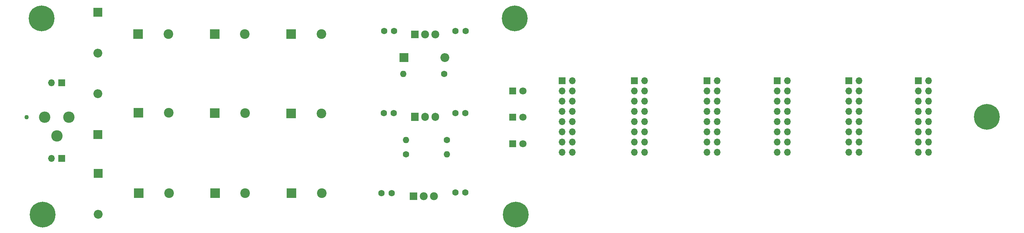
<source format=gbr>
%TF.GenerationSoftware,KiCad,Pcbnew,(5.1.7)-1*%
%TF.CreationDate,2021-02-05T18:36:13-06:00*%
%TF.ProjectId,Power Supply,506f7765-7220-4537-9570-706c792e6b69,rev?*%
%TF.SameCoordinates,Original*%
%TF.FileFunction,Soldermask,Top*%
%TF.FilePolarity,Negative*%
%FSLAX46Y46*%
G04 Gerber Fmt 4.6, Leading zero omitted, Abs format (unit mm)*
G04 Created by KiCad (PCBNEW (5.1.7)-1) date 2021-02-05 18:36:13*
%MOMM*%
%LPD*%
G01*
G04 APERTURE LIST*
%ADD10C,6.400000*%
%ADD11C,0.800000*%
%ADD12O,1.905000X2.000000*%
%ADD13R,1.905000X2.000000*%
%ADD14C,1.980000*%
%ADD15R,1.980000X1.980000*%
%ADD16O,1.600000X1.600000*%
%ADD17C,1.600000*%
%ADD18O,1.700000X1.700000*%
%ADD19R,1.700000X1.700000*%
%ADD20C,1.100000*%
%ADD21C,2.830000*%
%ADD22O,2.200000X2.200000*%
%ADD23R,2.200000X2.200000*%
%ADD24C,1.800000*%
%ADD25R,1.800000X1.800000*%
%ADD26C,2.400000*%
%ADD27R,2.400000X2.400000*%
G04 APERTURE END LIST*
D10*
%TO.C,REF\u002A\u002A*%
X260500000Y-98750000D03*
D11*
X262900000Y-98750000D03*
X262197056Y-100447056D03*
X260500000Y-101150000D03*
X258802944Y-100447056D03*
X258100000Y-98750000D03*
X258802944Y-97052944D03*
X260500000Y-96350000D03*
X262197056Y-97052944D03*
%TD*%
D10*
%TO.C,REF\u002A\u002A*%
X25750000Y-74250000D03*
D11*
X28150000Y-74250000D03*
X27447056Y-75947056D03*
X25750000Y-76650000D03*
X24052944Y-75947056D03*
X23350000Y-74250000D03*
X24052944Y-72552944D03*
X25750000Y-71850000D03*
X27447056Y-72552944D03*
%TD*%
%TO.C,REF\u002A\u002A*%
X27697056Y-121302944D03*
X26000000Y-120600000D03*
X24302944Y-121302944D03*
X23600000Y-123000000D03*
X24302944Y-124697056D03*
X26000000Y-125400000D03*
X27697056Y-124697056D03*
X28400000Y-123000000D03*
D10*
X26000000Y-123000000D03*
%TD*%
%TO.C,REF\u002A\u002A*%
X143500000Y-123000000D03*
D11*
X145900000Y-123000000D03*
X145197056Y-124697056D03*
X143500000Y-125400000D03*
X141802944Y-124697056D03*
X141100000Y-123000000D03*
X141802944Y-121302944D03*
X143500000Y-120600000D03*
X145197056Y-121302944D03*
%TD*%
%TO.C,REF\u002A\u002A*%
X144947056Y-72552944D03*
X143250000Y-71850000D03*
X141552944Y-72552944D03*
X140850000Y-74250000D03*
X141552944Y-75947056D03*
X143250000Y-76650000D03*
X144947056Y-75947056D03*
X145650000Y-74250000D03*
D10*
X143250000Y-74250000D03*
%TD*%
D12*
%TO.C,U3*%
X123507513Y-98675000D03*
X120967513Y-98675000D03*
D13*
X118427513Y-98675000D03*
%TD*%
D14*
%TO.C,U2*%
X123200000Y-118475000D03*
X120650000Y-118475000D03*
D15*
X118100000Y-118475000D03*
%TD*%
D16*
%TO.C,R3*%
X116240000Y-104500000D03*
D17*
X126400000Y-104500000D03*
%TD*%
D16*
%TO.C,R2*%
X126410000Y-108000000D03*
D17*
X116250000Y-108000000D03*
%TD*%
D16*
%TO.C,R1*%
X115590000Y-88000000D03*
D17*
X125750000Y-88000000D03*
%TD*%
D18*
%TO.C,J4*%
X157540000Y-107530000D03*
X155000000Y-107530000D03*
X157540000Y-104990000D03*
X155000000Y-104990000D03*
X157540000Y-102450000D03*
X155000000Y-102450000D03*
X157540000Y-99910000D03*
X155000000Y-99910000D03*
X157540000Y-97370000D03*
X155000000Y-97370000D03*
X157540000Y-94830000D03*
X155000000Y-94830000D03*
X157540000Y-92290000D03*
X155000000Y-92290000D03*
X157540000Y-89750000D03*
D19*
X155000000Y-89750000D03*
%TD*%
D20*
%TO.C,J1*%
X22025000Y-98775000D03*
D21*
X29525000Y-103475000D03*
X26525000Y-98775000D03*
X32525000Y-98775000D03*
%TD*%
D22*
%TO.C,D7*%
X39750000Y-92965000D03*
D23*
X39750000Y-103125000D03*
%TD*%
D24*
%TO.C,D3*%
X145290000Y-98825000D03*
D25*
X142750000Y-98825000D03*
%TD*%
D24*
%TO.C,D2*%
X145290000Y-105375000D03*
D25*
X142750000Y-105375000D03*
%TD*%
D24*
%TO.C,D1*%
X145290000Y-92250000D03*
D25*
X142750000Y-92250000D03*
%TD*%
D22*
%TO.C,D4*%
X125910000Y-84000000D03*
D23*
X115750000Y-84000000D03*
%TD*%
D22*
%TO.C,D6*%
X39775000Y-122885000D03*
D23*
X39775000Y-112725000D03*
%TD*%
D22*
%TO.C,D5*%
X39750000Y-82910000D03*
D23*
X39750000Y-72750000D03*
%TD*%
D26*
%TO.C,C13*%
X95225000Y-97825000D03*
D27*
X87725000Y-97825000D03*
%TD*%
D26*
%TO.C,C12*%
X76275000Y-97775000D03*
D27*
X68775000Y-97775000D03*
%TD*%
D26*
%TO.C,C11*%
X57300000Y-97675001D03*
D27*
X49800000Y-97675001D03*
%TD*%
D26*
%TO.C,C8*%
X76324441Y-117675001D03*
D27*
X68824441Y-117675001D03*
%TD*%
D26*
%TO.C,C7*%
X95325000Y-117675000D03*
D27*
X87825000Y-117675000D03*
%TD*%
D26*
%TO.C,C6*%
X57375000Y-117700000D03*
D27*
X49875000Y-117700000D03*
%TD*%
D26*
%TO.C,C3*%
X95250000Y-78125000D03*
D27*
X87750000Y-78125000D03*
%TD*%
D26*
%TO.C,C2*%
X76250000Y-78100000D03*
D27*
X68750000Y-78100000D03*
%TD*%
D26*
%TO.C,C1*%
X57250000Y-78125000D03*
D27*
X49750000Y-78125000D03*
%TD*%
D15*
%TO.C,U1*%
X118427513Y-78183578D03*
D14*
X120977513Y-78183578D03*
X123527513Y-78183578D03*
%TD*%
D17*
%TO.C,C4*%
X110825000Y-77358579D03*
X113325000Y-77358579D03*
%TD*%
%TO.C,C5*%
X128552513Y-77358579D03*
X131052513Y-77358579D03*
%TD*%
%TO.C,C9*%
X110200000Y-117675000D03*
X112700000Y-117675000D03*
%TD*%
%TO.C,C10*%
X128500000Y-117500000D03*
X131000000Y-117500000D03*
%TD*%
%TO.C,C14*%
X110750000Y-97750000D03*
X113250000Y-97750000D03*
%TD*%
%TO.C,C15*%
X128500000Y-97750000D03*
X131000000Y-97750000D03*
%TD*%
D19*
%TO.C,J2*%
X30750000Y-90250000D03*
D18*
X28210000Y-90250000D03*
%TD*%
%TO.C,J3*%
X28210000Y-109000000D03*
D19*
X30750000Y-109000000D03*
%TD*%
%TO.C,J5*%
X173000000Y-89750000D03*
D18*
X175540000Y-89750000D03*
X173000000Y-92290000D03*
X175540000Y-92290000D03*
X173000000Y-94830000D03*
X175540000Y-94830000D03*
X173000000Y-97370000D03*
X175540000Y-97370000D03*
X173000000Y-99910000D03*
X175540000Y-99910000D03*
X173000000Y-102450000D03*
X175540000Y-102450000D03*
X173000000Y-104990000D03*
X175540000Y-104990000D03*
X173000000Y-107530000D03*
X175540000Y-107530000D03*
%TD*%
%TO.C,J6*%
X193540000Y-107530000D03*
X191000000Y-107530000D03*
X193540000Y-104990000D03*
X191000000Y-104990000D03*
X193540000Y-102450000D03*
X191000000Y-102450000D03*
X193540000Y-99910000D03*
X191000000Y-99910000D03*
X193540000Y-97370000D03*
X191000000Y-97370000D03*
X193540000Y-94830000D03*
X191000000Y-94830000D03*
X193540000Y-92290000D03*
X191000000Y-92290000D03*
X193540000Y-89750000D03*
D19*
X191000000Y-89750000D03*
%TD*%
%TO.C,J7*%
X208500000Y-89750000D03*
D18*
X211040000Y-89750000D03*
X208500000Y-92290000D03*
X211040000Y-92290000D03*
X208500000Y-94830000D03*
X211040000Y-94830000D03*
X208500000Y-97370000D03*
X211040000Y-97370000D03*
X208500000Y-99910000D03*
X211040000Y-99910000D03*
X208500000Y-102450000D03*
X211040000Y-102450000D03*
X208500000Y-104990000D03*
X211040000Y-104990000D03*
X208500000Y-107530000D03*
X211040000Y-107530000D03*
%TD*%
%TO.C,J8*%
X228790000Y-107530000D03*
X226250000Y-107530000D03*
X228790000Y-104990000D03*
X226250000Y-104990000D03*
X228790000Y-102450000D03*
X226250000Y-102450000D03*
X228790000Y-99910000D03*
X226250000Y-99910000D03*
X228790000Y-97370000D03*
X226250000Y-97370000D03*
X228790000Y-94830000D03*
X226250000Y-94830000D03*
X228790000Y-92290000D03*
X226250000Y-92290000D03*
X228790000Y-89750000D03*
D19*
X226250000Y-89750000D03*
%TD*%
%TO.C,J9*%
X243500000Y-89750000D03*
D18*
X246040000Y-89750000D03*
X243500000Y-92290000D03*
X246040000Y-92290000D03*
X243500000Y-94830000D03*
X246040000Y-94830000D03*
X243500000Y-97370000D03*
X246040000Y-97370000D03*
X243500000Y-99910000D03*
X246040000Y-99910000D03*
X243500000Y-102450000D03*
X246040000Y-102450000D03*
X243500000Y-104990000D03*
X246040000Y-104990000D03*
X243500000Y-107530000D03*
X246040000Y-107530000D03*
%TD*%
M02*

</source>
